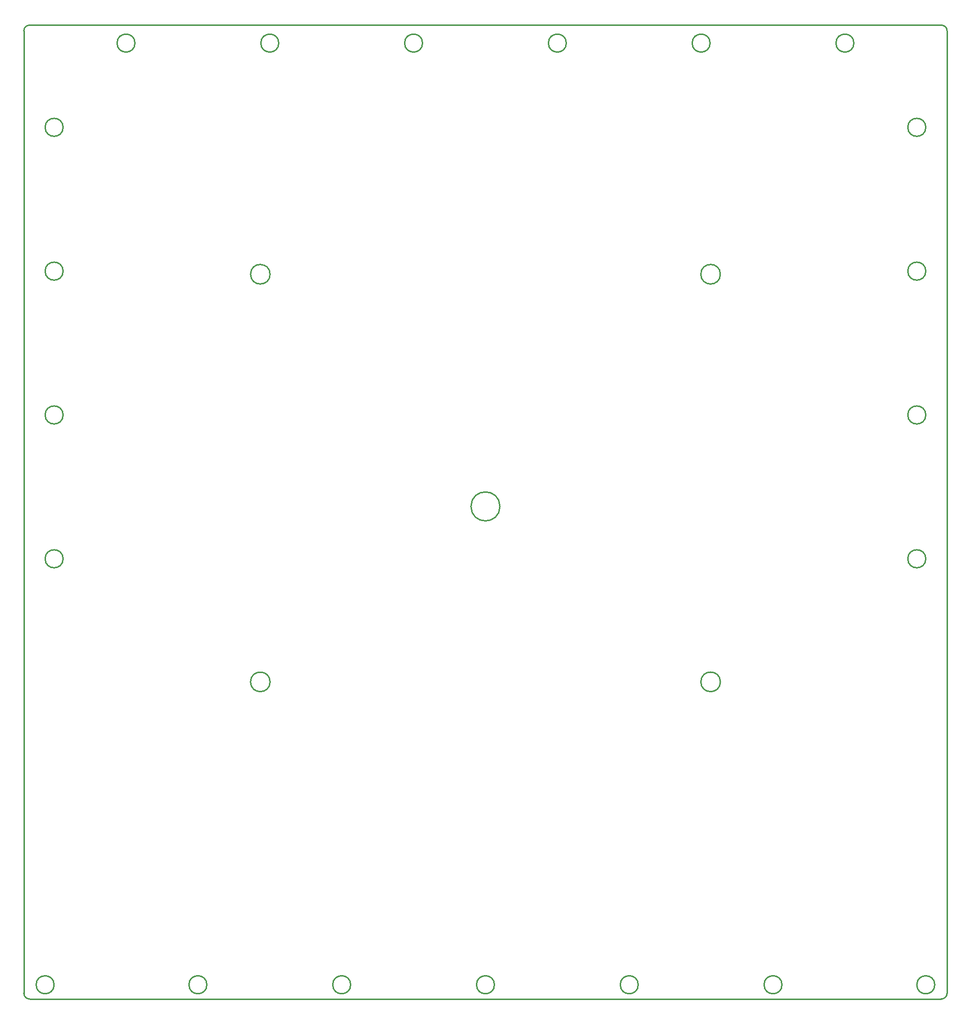
<source format=gbr>
%TF.GenerationSoftware,KiCad,Pcbnew,7.0.9*%
%TF.CreationDate,2024-08-21T19:07:34-06:00*%
%TF.ProjectId,top 40K wall,746f7020-3430-44b2-9077-616c6c2e6b69,rev?*%
%TF.SameCoordinates,Original*%
%TF.FileFunction,Profile,NP*%
%FSLAX46Y46*%
G04 Gerber Fmt 4.6, Leading zero omitted, Abs format (unit mm)*
G04 Created by KiCad (PCBNEW 7.0.9) date 2024-08-21 19:07:34*
%MOMM*%
%LPD*%
G01*
G04 APERTURE LIST*
%TA.AperFunction,Profile*%
%ADD10C,0.250000*%
%TD*%
G04 APERTURE END LIST*
D10*
X0Y-169980000D02*
G75*
G03*
X1000000Y-170980000I1000000J0D01*
G01*
X162100000Y-170980000D02*
G75*
G03*
X163100000Y-169980000I0J1000000D01*
G01*
X163100000Y0D02*
G75*
G03*
X162100000Y1000000I-1000000J0D01*
G01*
X1000000Y1000000D02*
G75*
G03*
X0Y0I0J-1000000D01*
G01*
X1000000Y-170980000D02*
X162100000Y-170980000D01*
X163100000Y-169980000D02*
X163100000Y0D01*
X1000000Y1000000D02*
X162100000Y1000000D01*
X0Y0D02*
X0Y-169980000D01*
X159337500Y-67850000D02*
G75*
G03*
X159337500Y-67850000I-1587500J0D01*
G01*
X121237500Y-2175000D02*
G75*
G03*
X121237500Y-2175000I-1587500J0D01*
G01*
X160925000Y-168480000D02*
G75*
G03*
X160925000Y-168480000I-1587500J0D01*
G01*
X133937500Y-168480000D02*
G75*
G03*
X133937500Y-168480000I-1587500J0D01*
G01*
X108537500Y-168480000D02*
G75*
G03*
X108537500Y-168480000I-1587500J0D01*
G01*
X95837500Y-2175000D02*
G75*
G03*
X95837500Y-2175000I-1587500J0D01*
G01*
X146637500Y-2175000D02*
G75*
G03*
X146637500Y-2175000I-1587500J0D01*
G01*
X159337500Y-93250000D02*
G75*
G03*
X159337500Y-93250000I-1587500J0D01*
G01*
X159337500Y-17050000D02*
G75*
G03*
X159337500Y-17050000I-1587500J0D01*
G01*
X70437500Y-2175000D02*
G75*
G03*
X70437500Y-2175000I-1587500J0D01*
G01*
X45037500Y-2175000D02*
G75*
G03*
X45037500Y-2175000I-1587500J0D01*
G01*
X19637500Y-2175000D02*
G75*
G03*
X19637500Y-2175000I-1587500J0D01*
G01*
X32337500Y-168480000D02*
G75*
G03*
X32337500Y-168480000I-1587500J0D01*
G01*
X57737500Y-168480000D02*
G75*
G03*
X57737500Y-168480000I-1587500J0D01*
G01*
X6937500Y-17050000D02*
G75*
G03*
X6937500Y-17050000I-1587500J0D01*
G01*
X5350000Y-168480000D02*
G75*
G03*
X5350000Y-168480000I-1587500J0D01*
G01*
X6937500Y-42450000D02*
G75*
G03*
X6937500Y-42450000I-1587500J0D01*
G01*
X6937500Y-67850000D02*
G75*
G03*
X6937500Y-67850000I-1587500J0D01*
G01*
X6937500Y-93250000D02*
G75*
G03*
X6937500Y-93250000I-1587500J0D01*
G01*
X83137500Y-168480000D02*
G75*
G03*
X83137500Y-168480000I-1587500J0D01*
G01*
X84102700Y-84000000D02*
G75*
G03*
X84102700Y-84000000I-2552700J0D01*
G01*
X159337500Y-42450000D02*
G75*
G03*
X159337500Y-42450000I-1587500J0D01*
G01*
X43500000Y-42995000D02*
G75*
G03*
X43500000Y-42995000I-1725000J0D01*
G01*
X123050000Y-114985000D02*
G75*
G03*
X123050000Y-114985000I-1725000J0D01*
G01*
X43500000Y-114985000D02*
G75*
G03*
X43500000Y-114985000I-1725000J0D01*
G01*
X123050000Y-42995000D02*
G75*
G03*
X123050000Y-42995000I-1725000J0D01*
G01*
M02*

</source>
